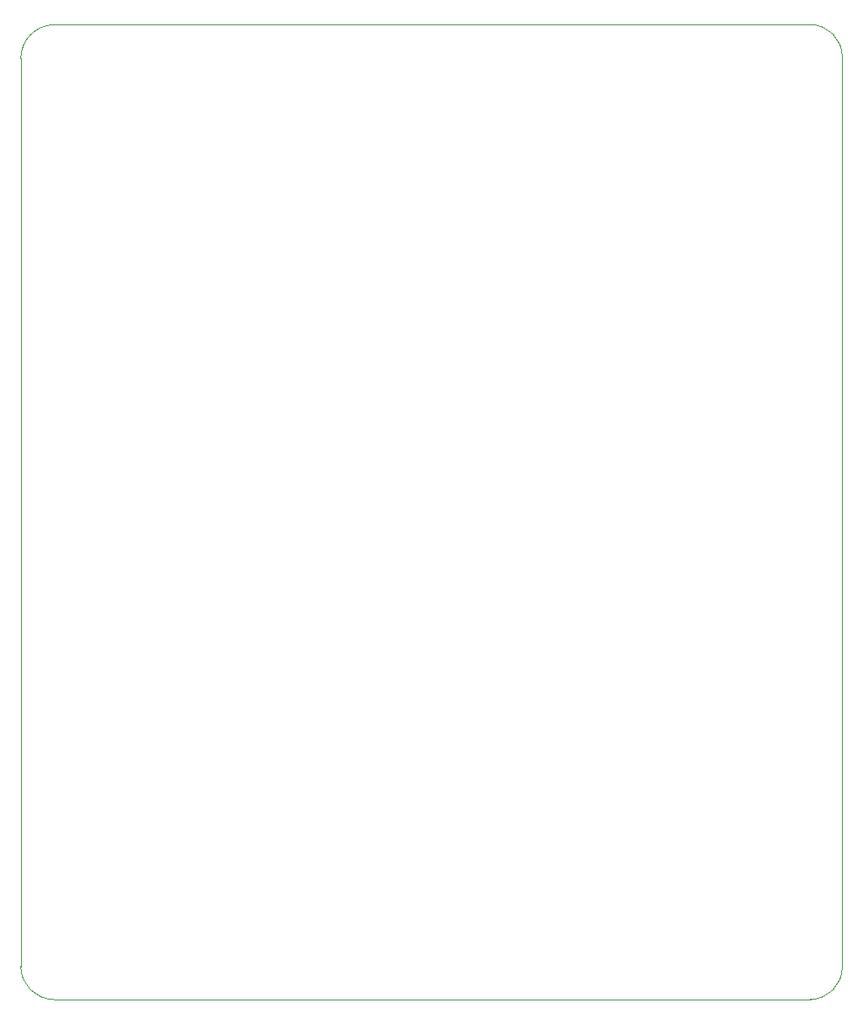
<source format=gbr>
%TF.GenerationSoftware,KiCad,Pcbnew,9.0.0-rc3*%
%TF.CreationDate,2025-06-30T09:22:31-05:00*%
%TF.ProjectId,pv_panel,70765f70-616e-4656-9c2e-6b696361645f,rev?*%
%TF.SameCoordinates,Original*%
%TF.FileFunction,Profile,NP*%
%FSLAX46Y46*%
G04 Gerber Fmt 4.6, Leading zero omitted, Abs format (unit mm)*
G04 Created by KiCad (PCBNEW 9.0.0-rc3) date 2025-06-30 09:22:31*
%MOMM*%
%LPD*%
G01*
G04 APERTURE LIST*
%TA.AperFunction,Profile*%
%ADD10C,0.050000*%
%TD*%
G04 APERTURE END LIST*
D10*
X108700000Y-38900000D02*
X184700000Y-38900000D01*
X187900000Y-42100000D02*
X187900000Y-133700000D01*
X184700000Y-38900000D02*
G75*
G02*
X187900000Y-42100000I0J-3200000D01*
G01*
X187900000Y-133700000D02*
G75*
G02*
X184700000Y-136900000I-3200000J0D01*
G01*
X108600000Y-136900000D02*
G75*
G02*
X105300000Y-133600000I0J3300000D01*
G01*
X184700000Y-136900000D02*
X108600000Y-136900000D01*
X105300000Y-133600000D02*
X105300000Y-42300000D01*
X105300000Y-42300000D02*
G75*
G02*
X108700000Y-38900000I3400000J0D01*
G01*
M02*

</source>
